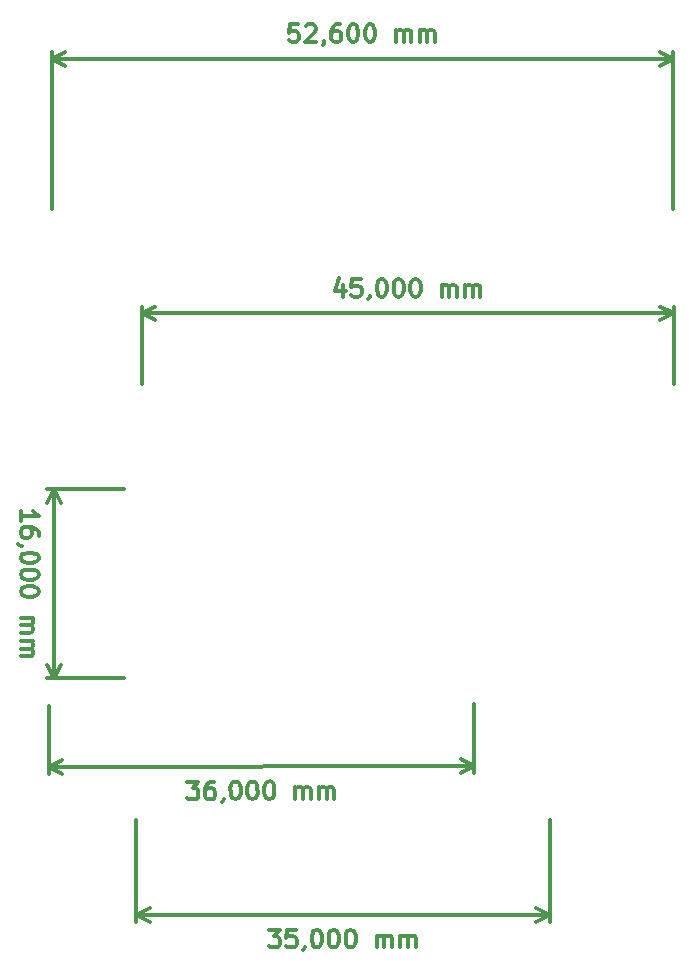
<source format=gbr>
G04 #@! TF.GenerationSoftware,KiCad,Pcbnew,(5.0.0)*
G04 #@! TF.CreationDate,2018-12-07T10:27:40+01:00*
G04 #@! TF.ProjectId,SoNavi,536F4E6176692E6B696361645F706362,rev?*
G04 #@! TF.SameCoordinates,Original*
G04 #@! TF.FileFunction,Other,Comment*
%FSLAX46Y46*%
G04 Gerber Fmt 4.6, Leading zero omitted, Abs format (unit mm)*
G04 Created by KiCad (PCBNEW (5.0.0)) date 12/07/18 10:27:40*
%MOMM*%
%LPD*%
G01*
G04 APERTURE LIST*
%ADD10C,0.300000*%
G04 APERTURE END LIST*
D10*
X65487590Y-29226499D02*
X64773304Y-29226499D01*
X64701876Y-29940785D01*
X64773304Y-29869356D01*
X64916162Y-29797928D01*
X65273304Y-29797928D01*
X65416162Y-29869356D01*
X65487590Y-29940785D01*
X65559019Y-30083642D01*
X65559019Y-30440785D01*
X65487590Y-30583642D01*
X65416162Y-30655070D01*
X65273304Y-30726499D01*
X64916162Y-30726499D01*
X64773304Y-30655070D01*
X64701876Y-30583642D01*
X66130447Y-29369356D02*
X66201876Y-29297928D01*
X66344733Y-29226499D01*
X66701876Y-29226499D01*
X66844733Y-29297928D01*
X66916162Y-29369356D01*
X66987590Y-29512213D01*
X66987590Y-29655070D01*
X66916162Y-29869356D01*
X66059019Y-30726499D01*
X66987590Y-30726499D01*
X67701876Y-30655070D02*
X67701876Y-30726499D01*
X67630447Y-30869356D01*
X67559019Y-30940785D01*
X68987590Y-29226499D02*
X68701876Y-29226499D01*
X68559019Y-29297928D01*
X68487590Y-29369356D01*
X68344733Y-29583642D01*
X68273304Y-29869356D01*
X68273304Y-30440785D01*
X68344733Y-30583642D01*
X68416162Y-30655070D01*
X68559019Y-30726499D01*
X68844733Y-30726499D01*
X68987590Y-30655070D01*
X69059019Y-30583642D01*
X69130447Y-30440785D01*
X69130447Y-30083642D01*
X69059019Y-29940785D01*
X68987590Y-29869356D01*
X68844733Y-29797928D01*
X68559019Y-29797928D01*
X68416162Y-29869356D01*
X68344733Y-29940785D01*
X68273304Y-30083642D01*
X70059019Y-29226499D02*
X70201876Y-29226499D01*
X70344733Y-29297928D01*
X70416162Y-29369356D01*
X70487590Y-29512213D01*
X70559019Y-29797928D01*
X70559019Y-30155070D01*
X70487590Y-30440785D01*
X70416162Y-30583642D01*
X70344733Y-30655070D01*
X70201876Y-30726499D01*
X70059019Y-30726499D01*
X69916162Y-30655070D01*
X69844733Y-30583642D01*
X69773304Y-30440785D01*
X69701876Y-30155070D01*
X69701876Y-29797928D01*
X69773304Y-29512213D01*
X69844733Y-29369356D01*
X69916162Y-29297928D01*
X70059019Y-29226499D01*
X71487590Y-29226499D02*
X71630447Y-29226499D01*
X71773304Y-29297928D01*
X71844733Y-29369356D01*
X71916162Y-29512213D01*
X71987590Y-29797928D01*
X71987590Y-30155070D01*
X71916162Y-30440785D01*
X71844733Y-30583642D01*
X71773304Y-30655070D01*
X71630447Y-30726499D01*
X71487590Y-30726499D01*
X71344733Y-30655070D01*
X71273304Y-30583642D01*
X71201876Y-30440785D01*
X71130447Y-30155070D01*
X71130447Y-29797928D01*
X71201876Y-29512213D01*
X71273304Y-29369356D01*
X71344733Y-29297928D01*
X71487590Y-29226499D01*
X73773304Y-30726499D02*
X73773304Y-29726499D01*
X73773304Y-29869356D02*
X73844733Y-29797928D01*
X73987590Y-29726499D01*
X74201876Y-29726499D01*
X74344733Y-29797928D01*
X74416162Y-29940785D01*
X74416162Y-30726499D01*
X74416162Y-29940785D02*
X74487590Y-29797928D01*
X74630447Y-29726499D01*
X74844733Y-29726499D01*
X74987590Y-29797928D01*
X75059019Y-29940785D01*
X75059019Y-30726499D01*
X75773304Y-30726499D02*
X75773304Y-29726499D01*
X75773304Y-29869356D02*
X75844733Y-29797928D01*
X75987590Y-29726499D01*
X76201876Y-29726499D01*
X76344733Y-29797928D01*
X76416162Y-29940785D01*
X76416162Y-30726499D01*
X76416162Y-29940785D02*
X76487590Y-29797928D01*
X76630447Y-29726499D01*
X76844733Y-29726499D01*
X76987590Y-29797928D01*
X77059019Y-29940785D01*
X77059019Y-30726499D01*
X44616162Y-32147928D02*
X97216162Y-32147928D01*
X44616162Y-44847928D02*
X44616162Y-31561507D01*
X97216162Y-44847928D02*
X97216162Y-31561507D01*
X97216162Y-32147928D02*
X96089658Y-32734349D01*
X97216162Y-32147928D02*
X96089658Y-31561507D01*
X44616162Y-32147928D02*
X45742666Y-32734349D01*
X44616162Y-32147928D02*
X45742666Y-31561507D01*
X56098468Y-93344330D02*
X57027036Y-93341751D01*
X56528625Y-93914566D01*
X56742910Y-93913971D01*
X56885965Y-93985002D01*
X56957591Y-94056232D01*
X57029417Y-94198891D01*
X57030409Y-94556032D01*
X56959377Y-94699087D01*
X56888147Y-94770714D01*
X56745489Y-94842539D01*
X56316919Y-94843729D01*
X56173864Y-94772698D01*
X56102238Y-94701468D01*
X58312745Y-93338180D02*
X58027032Y-93338973D01*
X57884374Y-93410798D01*
X57813144Y-93482425D01*
X57670882Y-93697107D01*
X57600248Y-93983018D01*
X57601835Y-94554445D01*
X57673660Y-94697103D01*
X57745287Y-94768333D01*
X57888342Y-94839364D01*
X58174055Y-94838571D01*
X58316713Y-94766745D01*
X58387943Y-94695119D01*
X58458974Y-94552064D01*
X58457982Y-94194922D01*
X58386157Y-94052264D01*
X58314531Y-93981034D01*
X58171476Y-93910003D01*
X57885762Y-93910796D01*
X57743104Y-93982622D01*
X57671874Y-94054248D01*
X57600843Y-94197303D01*
X59173853Y-94764365D02*
X59174051Y-94835793D01*
X59103020Y-94978848D01*
X59031790Y-95050475D01*
X60098452Y-93333219D02*
X60241309Y-93332822D01*
X60384364Y-93403854D01*
X60455991Y-93475084D01*
X60527816Y-93617742D01*
X60600038Y-93903257D01*
X60601030Y-94260398D01*
X60530395Y-94546310D01*
X60459364Y-94689365D01*
X60388134Y-94760992D01*
X60245476Y-94832817D01*
X60102619Y-94833213D01*
X59959564Y-94762182D01*
X59887937Y-94690952D01*
X59816112Y-94548294D01*
X59743890Y-94262779D01*
X59742898Y-93905638D01*
X59813533Y-93619726D01*
X59884564Y-93476671D01*
X59955794Y-93405044D01*
X60098452Y-93333219D01*
X61527018Y-93329251D02*
X61669875Y-93328854D01*
X61812930Y-93399886D01*
X61884557Y-93471116D01*
X61956382Y-93613774D01*
X62028604Y-93899289D01*
X62029596Y-94256430D01*
X61958961Y-94542342D01*
X61887930Y-94685397D01*
X61816700Y-94757023D01*
X61674041Y-94828848D01*
X61531185Y-94829245D01*
X61388130Y-94758214D01*
X61316503Y-94686984D01*
X61244678Y-94544326D01*
X61172456Y-94258811D01*
X61171464Y-93901669D01*
X61242099Y-93615758D01*
X61313130Y-93472703D01*
X61384360Y-93401076D01*
X61527018Y-93329251D01*
X62955584Y-93325283D02*
X63098441Y-93324886D01*
X63241496Y-93395917D01*
X63313122Y-93467147D01*
X63384948Y-93609806D01*
X63457169Y-93895320D01*
X63458162Y-94252462D01*
X63387527Y-94538373D01*
X63316495Y-94681428D01*
X63245266Y-94753055D01*
X63102607Y-94824880D01*
X62959751Y-94825277D01*
X62816696Y-94754246D01*
X62745069Y-94683016D01*
X62673244Y-94540357D01*
X62601022Y-94254843D01*
X62600030Y-93897701D01*
X62670665Y-93611790D01*
X62741696Y-93468735D01*
X62812926Y-93397108D01*
X62955584Y-93325283D01*
X65245456Y-94818928D02*
X65242678Y-93818932D01*
X65243075Y-93961788D02*
X65314305Y-93890162D01*
X65456963Y-93818336D01*
X65671248Y-93817741D01*
X65814303Y-93888773D01*
X65886128Y-94031431D01*
X65888311Y-94817142D01*
X65886128Y-94031431D02*
X65957160Y-93888376D01*
X66099818Y-93816551D01*
X66314103Y-93815956D01*
X66457158Y-93886987D01*
X66528983Y-94029645D01*
X66531166Y-94815356D01*
X67245449Y-94813372D02*
X67242671Y-93813376D01*
X67243068Y-93956233D02*
X67314297Y-93884606D01*
X67456956Y-93812781D01*
X67671241Y-93812186D01*
X67814296Y-93883217D01*
X67886121Y-94025875D01*
X67888303Y-94811587D01*
X67886121Y-94025875D02*
X67957152Y-93882820D01*
X68099810Y-93810995D01*
X68314095Y-93810400D01*
X68457150Y-93881431D01*
X68528975Y-94024090D01*
X68531158Y-94809801D01*
X80380607Y-91998304D02*
X44380607Y-92098304D01*
X80366162Y-86797928D02*
X80382236Y-92584722D01*
X44366162Y-86897928D02*
X44382236Y-92684722D01*
X44380607Y-92098304D02*
X45505477Y-91508756D01*
X44380607Y-92098304D02*
X45508735Y-92681593D01*
X80380607Y-91998304D02*
X79252479Y-91415015D01*
X80380607Y-91998304D02*
X79255737Y-92587852D01*
X69266162Y-51276499D02*
X69266162Y-52276499D01*
X68909019Y-50705070D02*
X68551876Y-51776499D01*
X69480447Y-51776499D01*
X70766162Y-50776499D02*
X70051876Y-50776499D01*
X69980447Y-51490785D01*
X70051876Y-51419356D01*
X70194733Y-51347928D01*
X70551876Y-51347928D01*
X70694733Y-51419356D01*
X70766162Y-51490785D01*
X70837590Y-51633642D01*
X70837590Y-51990785D01*
X70766162Y-52133642D01*
X70694733Y-52205070D01*
X70551876Y-52276499D01*
X70194733Y-52276499D01*
X70051876Y-52205070D01*
X69980447Y-52133642D01*
X71551876Y-52205070D02*
X71551876Y-52276499D01*
X71480447Y-52419356D01*
X71409019Y-52490785D01*
X72480447Y-50776499D02*
X72623304Y-50776499D01*
X72766162Y-50847928D01*
X72837590Y-50919356D01*
X72909019Y-51062213D01*
X72980447Y-51347928D01*
X72980447Y-51705070D01*
X72909019Y-51990785D01*
X72837590Y-52133642D01*
X72766162Y-52205070D01*
X72623304Y-52276499D01*
X72480447Y-52276499D01*
X72337590Y-52205070D01*
X72266162Y-52133642D01*
X72194733Y-51990785D01*
X72123304Y-51705070D01*
X72123304Y-51347928D01*
X72194733Y-51062213D01*
X72266162Y-50919356D01*
X72337590Y-50847928D01*
X72480447Y-50776499D01*
X73909019Y-50776499D02*
X74051876Y-50776499D01*
X74194733Y-50847928D01*
X74266162Y-50919356D01*
X74337590Y-51062213D01*
X74409019Y-51347928D01*
X74409019Y-51705070D01*
X74337590Y-51990785D01*
X74266162Y-52133642D01*
X74194733Y-52205070D01*
X74051876Y-52276499D01*
X73909019Y-52276499D01*
X73766162Y-52205070D01*
X73694733Y-52133642D01*
X73623304Y-51990785D01*
X73551876Y-51705070D01*
X73551876Y-51347928D01*
X73623304Y-51062213D01*
X73694733Y-50919356D01*
X73766162Y-50847928D01*
X73909019Y-50776499D01*
X75337590Y-50776499D02*
X75480447Y-50776499D01*
X75623304Y-50847928D01*
X75694733Y-50919356D01*
X75766162Y-51062213D01*
X75837590Y-51347928D01*
X75837590Y-51705070D01*
X75766162Y-51990785D01*
X75694733Y-52133642D01*
X75623304Y-52205070D01*
X75480447Y-52276499D01*
X75337590Y-52276499D01*
X75194733Y-52205070D01*
X75123304Y-52133642D01*
X75051876Y-51990785D01*
X74980447Y-51705070D01*
X74980447Y-51347928D01*
X75051876Y-51062213D01*
X75123304Y-50919356D01*
X75194733Y-50847928D01*
X75337590Y-50776499D01*
X77623304Y-52276499D02*
X77623304Y-51276499D01*
X77623304Y-51419356D02*
X77694733Y-51347928D01*
X77837590Y-51276499D01*
X78051876Y-51276499D01*
X78194733Y-51347928D01*
X78266162Y-51490785D01*
X78266162Y-52276499D01*
X78266162Y-51490785D02*
X78337590Y-51347928D01*
X78480447Y-51276499D01*
X78694733Y-51276499D01*
X78837590Y-51347928D01*
X78909019Y-51490785D01*
X78909019Y-52276499D01*
X79623304Y-52276499D02*
X79623304Y-51276499D01*
X79623304Y-51419356D02*
X79694733Y-51347928D01*
X79837590Y-51276499D01*
X80051876Y-51276499D01*
X80194733Y-51347928D01*
X80266162Y-51490785D01*
X80266162Y-52276499D01*
X80266162Y-51490785D02*
X80337590Y-51347928D01*
X80480447Y-51276499D01*
X80694733Y-51276499D01*
X80837590Y-51347928D01*
X80909019Y-51490785D01*
X80909019Y-52276499D01*
X52266162Y-53697928D02*
X97266162Y-53697928D01*
X52266162Y-59697928D02*
X52266162Y-53111507D01*
X97266162Y-59697928D02*
X97266162Y-53111507D01*
X97266162Y-53697928D02*
X96139658Y-54284349D01*
X97266162Y-53697928D02*
X96139658Y-53111507D01*
X52266162Y-53697928D02*
X53392666Y-54284349D01*
X52266162Y-53697928D02*
X53392666Y-53111507D01*
X62980447Y-105876499D02*
X63909019Y-105876499D01*
X63409019Y-106447928D01*
X63623304Y-106447928D01*
X63766162Y-106519356D01*
X63837590Y-106590785D01*
X63909019Y-106733642D01*
X63909019Y-107090785D01*
X63837590Y-107233642D01*
X63766162Y-107305070D01*
X63623304Y-107376499D01*
X63194733Y-107376499D01*
X63051876Y-107305070D01*
X62980447Y-107233642D01*
X65266162Y-105876499D02*
X64551876Y-105876499D01*
X64480447Y-106590785D01*
X64551876Y-106519356D01*
X64694733Y-106447928D01*
X65051876Y-106447928D01*
X65194733Y-106519356D01*
X65266162Y-106590785D01*
X65337590Y-106733642D01*
X65337590Y-107090785D01*
X65266162Y-107233642D01*
X65194733Y-107305070D01*
X65051876Y-107376499D01*
X64694733Y-107376499D01*
X64551876Y-107305070D01*
X64480447Y-107233642D01*
X66051876Y-107305070D02*
X66051876Y-107376499D01*
X65980447Y-107519356D01*
X65909019Y-107590785D01*
X66980447Y-105876499D02*
X67123304Y-105876499D01*
X67266162Y-105947928D01*
X67337590Y-106019356D01*
X67409019Y-106162213D01*
X67480447Y-106447928D01*
X67480447Y-106805070D01*
X67409019Y-107090785D01*
X67337590Y-107233642D01*
X67266162Y-107305070D01*
X67123304Y-107376499D01*
X66980447Y-107376499D01*
X66837590Y-107305070D01*
X66766162Y-107233642D01*
X66694733Y-107090785D01*
X66623304Y-106805070D01*
X66623304Y-106447928D01*
X66694733Y-106162213D01*
X66766162Y-106019356D01*
X66837590Y-105947928D01*
X66980447Y-105876499D01*
X68409019Y-105876499D02*
X68551876Y-105876499D01*
X68694733Y-105947928D01*
X68766162Y-106019356D01*
X68837590Y-106162213D01*
X68909019Y-106447928D01*
X68909019Y-106805070D01*
X68837590Y-107090785D01*
X68766162Y-107233642D01*
X68694733Y-107305070D01*
X68551876Y-107376499D01*
X68409019Y-107376499D01*
X68266162Y-107305070D01*
X68194733Y-107233642D01*
X68123304Y-107090785D01*
X68051876Y-106805070D01*
X68051876Y-106447928D01*
X68123304Y-106162213D01*
X68194733Y-106019356D01*
X68266162Y-105947928D01*
X68409019Y-105876499D01*
X69837590Y-105876499D02*
X69980447Y-105876499D01*
X70123304Y-105947928D01*
X70194733Y-106019356D01*
X70266162Y-106162213D01*
X70337590Y-106447928D01*
X70337590Y-106805070D01*
X70266162Y-107090785D01*
X70194733Y-107233642D01*
X70123304Y-107305070D01*
X69980447Y-107376499D01*
X69837590Y-107376499D01*
X69694733Y-107305070D01*
X69623304Y-107233642D01*
X69551876Y-107090785D01*
X69480447Y-106805070D01*
X69480447Y-106447928D01*
X69551876Y-106162213D01*
X69623304Y-106019356D01*
X69694733Y-105947928D01*
X69837590Y-105876499D01*
X72123304Y-107376499D02*
X72123304Y-106376499D01*
X72123304Y-106519356D02*
X72194733Y-106447928D01*
X72337590Y-106376499D01*
X72551876Y-106376499D01*
X72694733Y-106447928D01*
X72766162Y-106590785D01*
X72766162Y-107376499D01*
X72766162Y-106590785D02*
X72837590Y-106447928D01*
X72980447Y-106376499D01*
X73194733Y-106376499D01*
X73337590Y-106447928D01*
X73409019Y-106590785D01*
X73409019Y-107376499D01*
X74123304Y-107376499D02*
X74123304Y-106376499D01*
X74123304Y-106519356D02*
X74194733Y-106447928D01*
X74337590Y-106376499D01*
X74551876Y-106376499D01*
X74694733Y-106447928D01*
X74766162Y-106590785D01*
X74766162Y-107376499D01*
X74766162Y-106590785D02*
X74837590Y-106447928D01*
X74980447Y-106376499D01*
X75194733Y-106376499D01*
X75337590Y-106447928D01*
X75409019Y-106590785D01*
X75409019Y-107376499D01*
X86766162Y-104597928D02*
X51766162Y-104597928D01*
X86766162Y-96597928D02*
X86766162Y-105184349D01*
X51766162Y-96597928D02*
X51766162Y-105184349D01*
X51766162Y-104597928D02*
X52892666Y-104011507D01*
X51766162Y-104597928D02*
X52892666Y-105184349D01*
X86766162Y-104597928D02*
X85639658Y-104011507D01*
X86766162Y-104597928D02*
X85639658Y-105184349D01*
X41987590Y-71240785D02*
X41987590Y-70383642D01*
X41987590Y-70812213D02*
X43487590Y-70812213D01*
X43273304Y-70669356D01*
X43130447Y-70526499D01*
X43059019Y-70383642D01*
X43487590Y-72526499D02*
X43487590Y-72240785D01*
X43416162Y-72097928D01*
X43344733Y-72026499D01*
X43130447Y-71883642D01*
X42844733Y-71812213D01*
X42273304Y-71812213D01*
X42130447Y-71883642D01*
X42059019Y-71955070D01*
X41987590Y-72097928D01*
X41987590Y-72383642D01*
X42059019Y-72526499D01*
X42130447Y-72597928D01*
X42273304Y-72669356D01*
X42630447Y-72669356D01*
X42773304Y-72597928D01*
X42844733Y-72526499D01*
X42916162Y-72383642D01*
X42916162Y-72097928D01*
X42844733Y-71955070D01*
X42773304Y-71883642D01*
X42630447Y-71812213D01*
X42059019Y-73383642D02*
X41987590Y-73383642D01*
X41844733Y-73312213D01*
X41773304Y-73240785D01*
X43487590Y-74312213D02*
X43487590Y-74455070D01*
X43416162Y-74597928D01*
X43344733Y-74669356D01*
X43201876Y-74740785D01*
X42916162Y-74812213D01*
X42559019Y-74812213D01*
X42273304Y-74740785D01*
X42130447Y-74669356D01*
X42059019Y-74597928D01*
X41987590Y-74455070D01*
X41987590Y-74312213D01*
X42059019Y-74169356D01*
X42130447Y-74097928D01*
X42273304Y-74026499D01*
X42559019Y-73955070D01*
X42916162Y-73955070D01*
X43201876Y-74026499D01*
X43344733Y-74097928D01*
X43416162Y-74169356D01*
X43487590Y-74312213D01*
X43487590Y-75740785D02*
X43487590Y-75883642D01*
X43416162Y-76026499D01*
X43344733Y-76097928D01*
X43201876Y-76169356D01*
X42916162Y-76240785D01*
X42559019Y-76240785D01*
X42273304Y-76169356D01*
X42130447Y-76097928D01*
X42059019Y-76026499D01*
X41987590Y-75883642D01*
X41987590Y-75740785D01*
X42059019Y-75597928D01*
X42130447Y-75526499D01*
X42273304Y-75455070D01*
X42559019Y-75383642D01*
X42916162Y-75383642D01*
X43201876Y-75455070D01*
X43344733Y-75526499D01*
X43416162Y-75597928D01*
X43487590Y-75740785D01*
X43487590Y-77169356D02*
X43487590Y-77312213D01*
X43416162Y-77455070D01*
X43344733Y-77526499D01*
X43201876Y-77597928D01*
X42916162Y-77669356D01*
X42559019Y-77669356D01*
X42273304Y-77597928D01*
X42130447Y-77526499D01*
X42059019Y-77455070D01*
X41987590Y-77312213D01*
X41987590Y-77169356D01*
X42059019Y-77026499D01*
X42130447Y-76955070D01*
X42273304Y-76883642D01*
X42559019Y-76812213D01*
X42916162Y-76812213D01*
X43201876Y-76883642D01*
X43344733Y-76955070D01*
X43416162Y-77026499D01*
X43487590Y-77169356D01*
X41987590Y-79455070D02*
X42987590Y-79455070D01*
X42844733Y-79455070D02*
X42916162Y-79526499D01*
X42987590Y-79669356D01*
X42987590Y-79883642D01*
X42916162Y-80026499D01*
X42773304Y-80097928D01*
X41987590Y-80097928D01*
X42773304Y-80097928D02*
X42916162Y-80169356D01*
X42987590Y-80312213D01*
X42987590Y-80526499D01*
X42916162Y-80669356D01*
X42773304Y-80740785D01*
X41987590Y-80740785D01*
X41987590Y-81455070D02*
X42987590Y-81455070D01*
X42844733Y-81455070D02*
X42916162Y-81526499D01*
X42987590Y-81669356D01*
X42987590Y-81883642D01*
X42916162Y-82026499D01*
X42773304Y-82097928D01*
X41987590Y-82097928D01*
X42773304Y-82097928D02*
X42916162Y-82169356D01*
X42987590Y-82312213D01*
X42987590Y-82526499D01*
X42916162Y-82669356D01*
X42773304Y-82740785D01*
X41987590Y-82740785D01*
X44766162Y-68597928D02*
X44766162Y-84597928D01*
X50766162Y-68597928D02*
X44179741Y-68597928D01*
X50766162Y-84597928D02*
X44179741Y-84597928D01*
X44766162Y-84597928D02*
X44179741Y-83471424D01*
X44766162Y-84597928D02*
X45352583Y-83471424D01*
X44766162Y-68597928D02*
X44179741Y-69724432D01*
X44766162Y-68597928D02*
X45352583Y-69724432D01*
M02*

</source>
